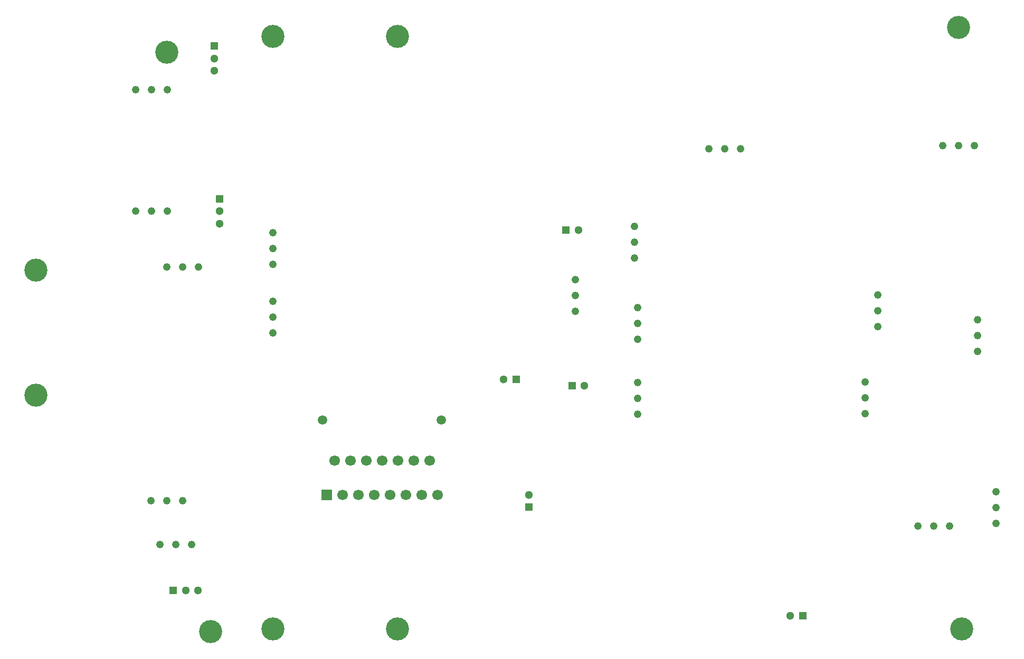
<source format=gbr>
G04*
G04 #@! TF.GenerationSoftware,Altium Limited,Altium Designer,23.9.2 (47)*
G04*
G04 Layer_Color=255*
%FSLAX44Y44*%
%MOMM*%
G71*
G04*
G04 #@! TF.SameCoordinates,DC7A7723-1311-43B5-9009-1713E082842B*
G04*
G04*
G04 #@! TF.FilePolarity,Positive*
G04*
G01*
G75*
%ADD56R,1.3000X1.3000*%
%ADD57C,1.3000*%
%ADD61R,1.3000X1.3000*%
%ADD66C,1.5000*%
%ADD67C,3.7000*%
%ADD68C,1.2400*%
%ADD69C,1.6950*%
%ADD70R,1.6950X1.6950*%
D56*
X-430000Y136000D02*
D03*
X200000Y715000D02*
D03*
X210000Y465000D02*
D03*
X120000Y475000D02*
D03*
X580000Y96000D02*
D03*
D57*
X-410000Y136000D02*
D03*
X-390000D02*
D03*
X-355000Y745000D02*
D03*
Y725000D02*
D03*
X141000Y290000D02*
D03*
X220000Y715000D02*
D03*
X230000Y465000D02*
D03*
X100000Y475000D02*
D03*
X560000Y96000D02*
D03*
X-364000Y970000D02*
D03*
Y990000D02*
D03*
D61*
X-355000Y765000D02*
D03*
X141000Y270000D02*
D03*
X-364000Y1010000D02*
D03*
D66*
X-190000Y410000D02*
D03*
X0D02*
D03*
D67*
X-650000Y650000D02*
D03*
Y450000D02*
D03*
X-70000Y1025000D02*
D03*
X-270000D02*
D03*
X-70000Y75000D02*
D03*
X-270000D02*
D03*
X830000Y1040000D02*
D03*
X835000Y75000D02*
D03*
X-370000Y70000D02*
D03*
X-440000Y1000000D02*
D03*
D68*
X-414600Y280000D02*
D03*
X-440000D02*
D03*
X-465400D02*
D03*
X860000Y570400D02*
D03*
Y545000D02*
D03*
Y519600D02*
D03*
X700000Y559600D02*
D03*
Y585000D02*
D03*
Y610400D02*
D03*
X429200Y845000D02*
D03*
X454600D02*
D03*
X480000D02*
D03*
X315000Y470000D02*
D03*
Y444600D02*
D03*
Y419200D02*
D03*
X215000Y584200D02*
D03*
Y609600D02*
D03*
Y635000D02*
D03*
X315000Y539600D02*
D03*
Y565000D02*
D03*
Y590400D02*
D03*
X310000Y669600D02*
D03*
Y695000D02*
D03*
Y720400D02*
D03*
X-490400Y940000D02*
D03*
X-465000D02*
D03*
X-439600D02*
D03*
X890000Y244200D02*
D03*
Y269600D02*
D03*
Y295000D02*
D03*
X815400Y240000D02*
D03*
X790000D02*
D03*
X764600D02*
D03*
X680000Y470400D02*
D03*
Y445000D02*
D03*
Y419600D02*
D03*
X855400Y850000D02*
D03*
X830000D02*
D03*
X804600D02*
D03*
X-270000Y600000D02*
D03*
Y574600D02*
D03*
Y549200D02*
D03*
Y659600D02*
D03*
Y685000D02*
D03*
Y710400D02*
D03*
X-440400Y655000D02*
D03*
X-415000D02*
D03*
X-389600D02*
D03*
X-450800Y210000D02*
D03*
X-425400D02*
D03*
X-400000D02*
D03*
X-439200Y745000D02*
D03*
X-464600D02*
D03*
X-490000D02*
D03*
D69*
X-18800Y345000D02*
D03*
X-44200D02*
D03*
X-69600D02*
D03*
X-95000D02*
D03*
X-120400D02*
D03*
X-145800D02*
D03*
X-171200D02*
D03*
X-6100Y289700D02*
D03*
X-31500D02*
D03*
X-56900D02*
D03*
X-82300D02*
D03*
X-107700D02*
D03*
X-133100D02*
D03*
X-158500D02*
D03*
D70*
X-183900D02*
D03*
M02*

</source>
